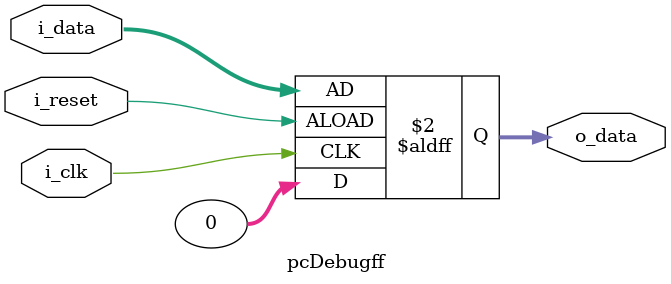
<source format=sv>
`timescale 1ns/1ps
module pcDebugff(
    input logic i_clk,
    input logic i_reset,
    input logic [31:0] i_data,
    output logic [31:0] o_data
);
always @(posedge i_clk or negedge i_reset) begin
    if(i_reset) begin 
        o_data <= 32'd0;
    end else begin 
        o_data <= i_data;
    end
end
endmodule

</source>
